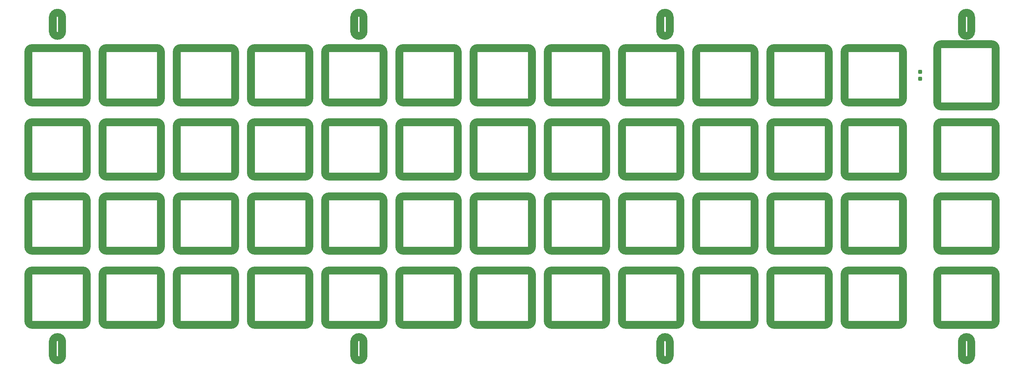
<source format=gbr>
G04 #@! TF.GenerationSoftware,KiCad,Pcbnew,(6.0.0-0)*
G04 #@! TF.CreationDate,2022-01-19T17:07:01-06:00*
G04 #@! TF.ProjectId,top_plate,746f705f-706c-4617-9465-2e6b69636164,rev?*
G04 #@! TF.SameCoordinates,Original*
G04 #@! TF.FileFunction,Soldermask,Bot*
G04 #@! TF.FilePolarity,Negative*
%FSLAX46Y46*%
G04 Gerber Fmt 4.6, Leading zero omitted, Abs format (unit mm)*
G04 Created by KiCad (PCBNEW (6.0.0-0)) date 2022-01-19 17:07:01*
%MOMM*%
%LPD*%
G01*
G04 APERTURE LIST*
G04 Aperture macros list*
%AMRoundRect*
0 Rectangle with rounded corners*
0 $1 Rounding radius*
0 $2 $3 $4 $5 $6 $7 $8 $9 X,Y pos of 4 corners*
0 Add a 4 corners polygon primitive as box body*
4,1,4,$2,$3,$4,$5,$6,$7,$8,$9,$2,$3,0*
0 Add four circle primitives for the rounded corners*
1,1,$1+$1,$2,$3*
1,1,$1+$1,$4,$5*
1,1,$1+$1,$6,$7*
1,1,$1+$1,$8,$9*
0 Add four rect primitives between the rounded corners*
20,1,$1+$1,$2,$3,$4,$5,0*
20,1,$1+$1,$4,$5,$6,$7,0*
20,1,$1+$1,$6,$7,$8,$9,0*
20,1,$1+$1,$8,$9,$2,$3,0*%
G04 Aperture macros list end*
%ADD10C,2.000000*%
%ADD11C,0.120000*%
%ADD12RoundRect,0.237500X-0.237500X0.287500X-0.237500X-0.287500X0.237500X-0.287500X0.237500X0.287500X0*%
G04 APERTURE END LIST*
D10*
X390526556Y-122039333D02*
X390526556Y-118467455D01*
X388145304Y-122039333D02*
X388145304Y-118467455D01*
X388145304Y-122039333D02*
G75*
G03*
X390526556Y-122039333I1190626J0D01*
G01*
X390526556Y-118467455D02*
G75*
G03*
X388145304Y-118467455I-1190626J0D01*
G01*
X313135866Y-122039238D02*
X313135866Y-118467360D01*
X310754614Y-122039238D02*
X310754614Y-118467360D01*
X310754614Y-122039238D02*
G75*
G03*
X313135866Y-122039238I1190626J0D01*
G01*
X313135866Y-118467360D02*
G75*
G03*
X310754614Y-118467360I-1190626J0D01*
G01*
X234554550Y-122039352D02*
X234554550Y-118467474D01*
X232173298Y-122039352D02*
X232173298Y-118467474D01*
X232173298Y-122039352D02*
G75*
G03*
X234554550Y-122039352I1190626J0D01*
G01*
X234554550Y-118467474D02*
G75*
G03*
X232173298Y-118467474I-1190626J0D01*
G01*
X157163860Y-122039238D02*
X157163860Y-118467360D01*
X154782608Y-122039238D02*
X154782608Y-118467360D01*
X154782608Y-122039238D02*
G75*
G03*
X157163860Y-122039238I1190626J0D01*
G01*
X157163860Y-118467360D02*
G75*
G03*
X154782608Y-118467360I-1190626J0D01*
G01*
X388145304Y-35123627D02*
X388145304Y-38695505D01*
X390526556Y-35123627D02*
X390526556Y-38695505D01*
X390526556Y-35123627D02*
G75*
G03*
X388145304Y-35123627I-1190626J0D01*
G01*
X388145304Y-38695505D02*
G75*
G03*
X390526556Y-38695505I1190626J0D01*
G01*
X310754614Y-35123616D02*
X310754614Y-38695494D01*
X313135866Y-35123616D02*
X313135866Y-38695494D01*
X313135866Y-35123616D02*
G75*
G03*
X310754614Y-35123616I-1190626J0D01*
G01*
X310754614Y-38695494D02*
G75*
G03*
X313135866Y-38695494I1190626J0D01*
G01*
X232173298Y-35123635D02*
X232173298Y-38695513D01*
X234554550Y-35123635D02*
X234554550Y-38695513D01*
X234554550Y-35123635D02*
G75*
G03*
X232173298Y-35123635I-1190626J0D01*
G01*
X232173298Y-38695513D02*
G75*
G03*
X234554550Y-38695513I1190626J0D01*
G01*
X154782608Y-38695513D02*
G75*
G03*
X157163860Y-38695513I1190626J0D01*
G01*
X157163860Y-35123635D02*
G75*
G03*
X154782608Y-35123635I-1190626J0D01*
G01*
X157163860Y-35123635D02*
X157163860Y-38695513D01*
X154782608Y-35123635D02*
X154782608Y-38695513D01*
X162472530Y-57006460D02*
X149472530Y-57006460D01*
X149472530Y-43006460D02*
X162472530Y-43006460D01*
D11*
X163772530Y-47106460D02*
X163272530Y-47106460D01*
X163272530Y-52906460D02*
X163672530Y-52906460D01*
D10*
X148472530Y-44006460D02*
X148472530Y-56006460D01*
X163472530Y-44006460D02*
X163472530Y-56006460D01*
X148472530Y-56006460D02*
G75*
G03*
X149472530Y-57006460I999999J-1D01*
G01*
X149472530Y-43006460D02*
G75*
G03*
X148472530Y-44006460I-1J-999999D01*
G01*
X163472530Y-44006460D02*
G75*
G03*
X162472530Y-43006460I-999999J1D01*
G01*
X162472530Y-57006460D02*
G75*
G03*
X163472530Y-56006460I1J999999D01*
G01*
D11*
X182822610Y-47106460D02*
X182322610Y-47106460D01*
X182322610Y-52906460D02*
X182722610Y-52906460D01*
D10*
X168522610Y-43006460D02*
X181522610Y-43006460D01*
X167522610Y-44006460D02*
X167522610Y-56006460D01*
X181522610Y-57006460D02*
X168522610Y-57006460D01*
X182522610Y-44006460D02*
X182522610Y-56006460D01*
X181522610Y-57006460D02*
G75*
G03*
X182522610Y-56006460I1J999999D01*
G01*
X182522610Y-44006460D02*
G75*
G03*
X181522610Y-43006460I-999999J1D01*
G01*
X168522610Y-43006460D02*
G75*
G03*
X167522610Y-44006460I-1J-999999D01*
G01*
X167522610Y-56006460D02*
G75*
G03*
X168522610Y-57006460I999999J-1D01*
G01*
D11*
X201872690Y-47106460D02*
X201372690Y-47106460D01*
D10*
X200572690Y-57006460D02*
X187572690Y-57006460D01*
X186572690Y-44006460D02*
X186572690Y-56006460D01*
D11*
X201372690Y-52906460D02*
X201772690Y-52906460D01*
D10*
X187572690Y-43006460D02*
X200572690Y-43006460D01*
X201572690Y-44006460D02*
X201572690Y-56006460D01*
X186572690Y-56006460D02*
G75*
G03*
X187572690Y-57006460I999999J-1D01*
G01*
X200572690Y-57006460D02*
G75*
G03*
X201572690Y-56006460I1J999999D01*
G01*
X201572690Y-44006460D02*
G75*
G03*
X200572690Y-43006460I-999999J1D01*
G01*
X187572690Y-43006460D02*
G75*
G03*
X186572690Y-44006460I-1J-999999D01*
G01*
D11*
X220422770Y-52906460D02*
X220822770Y-52906460D01*
D10*
X206622770Y-43006460D02*
X219622770Y-43006460D01*
X219622770Y-57006460D02*
X206622770Y-57006460D01*
X205622770Y-44006460D02*
X205622770Y-56006460D01*
D11*
X220922770Y-47106460D02*
X220422770Y-47106460D01*
D10*
X220622770Y-44006460D02*
X220622770Y-56006460D01*
X206622770Y-43006460D02*
G75*
G03*
X205622770Y-44006460I-1J-999999D01*
G01*
X220622770Y-44006460D02*
G75*
G03*
X219622770Y-43006460I-999999J1D01*
G01*
X219622770Y-57006460D02*
G75*
G03*
X220622770Y-56006460I1J999999D01*
G01*
X205622770Y-56006460D02*
G75*
G03*
X206622770Y-57006460I999999J-1D01*
G01*
X239672850Y-44006460D02*
X239672850Y-56006460D01*
D11*
X239972850Y-47106460D02*
X239472850Y-47106460D01*
X239472850Y-52906460D02*
X239872850Y-52906460D01*
D10*
X224672850Y-44006460D02*
X224672850Y-56006460D01*
X225672850Y-43006460D02*
X238672850Y-43006460D01*
X238672850Y-57006460D02*
X225672850Y-57006460D01*
X239672850Y-44006460D02*
G75*
G03*
X238672850Y-43006460I-999999J1D01*
G01*
X224672850Y-56006460D02*
G75*
G03*
X225672850Y-57006460I999999J-1D01*
G01*
X238672850Y-57006460D02*
G75*
G03*
X239672850Y-56006460I1J999999D01*
G01*
X225672850Y-43006460D02*
G75*
G03*
X224672850Y-44006460I-1J-999999D01*
G01*
X333923250Y-57006460D02*
X320923250Y-57006460D01*
X334923250Y-44006460D02*
X334923250Y-56006460D01*
D11*
X334723250Y-52906460D02*
X335123250Y-52906460D01*
D10*
X320923250Y-43006460D02*
X333923250Y-43006460D01*
X319923250Y-44006460D02*
X319923250Y-56006460D01*
D11*
X335223250Y-47106460D02*
X334723250Y-47106460D01*
D10*
X319923250Y-56006460D02*
G75*
G03*
X320923250Y-57006460I999999J-1D01*
G01*
X320923250Y-43006460D02*
G75*
G03*
X319923250Y-44006460I-1J-999999D01*
G01*
X334923250Y-44006460D02*
G75*
G03*
X333923250Y-43006460I-999999J1D01*
G01*
X333923250Y-57006460D02*
G75*
G03*
X334923250Y-56006460I1J999999D01*
G01*
X352973330Y-57006460D02*
X339973330Y-57006460D01*
D11*
X354273330Y-47106460D02*
X353773330Y-47106460D01*
D10*
X339973330Y-43006460D02*
X352973330Y-43006460D01*
D11*
X353773330Y-52906460D02*
X354173330Y-52906460D01*
D10*
X338973330Y-44006460D02*
X338973330Y-56006460D01*
X353973330Y-44006460D02*
X353973330Y-56006460D01*
X352973330Y-57006460D02*
G75*
G03*
X353973330Y-56006460I1J999999D01*
G01*
X339973330Y-43006460D02*
G75*
G03*
X338973330Y-44006460I-1J-999999D01*
G01*
X353973330Y-44006460D02*
G75*
G03*
X352973330Y-43006460I-999999J1D01*
G01*
X338973330Y-56006460D02*
G75*
G03*
X339973330Y-57006460I999999J-1D01*
G01*
D11*
X163272530Y-71956540D02*
X163672530Y-71956540D01*
D10*
X162472530Y-76056540D02*
X149472530Y-76056540D01*
X163472530Y-63056540D02*
X163472530Y-75056540D01*
X148472530Y-63056540D02*
X148472530Y-75056540D01*
X149472530Y-62056540D02*
X162472530Y-62056540D01*
D11*
X163772530Y-66156540D02*
X163272530Y-66156540D01*
D10*
X162472530Y-76056540D02*
G75*
G03*
X163472530Y-75056540I1J999999D01*
G01*
X163472530Y-63056540D02*
G75*
G03*
X162472530Y-62056540I-999999J1D01*
G01*
X149472530Y-62056540D02*
G75*
G03*
X148472530Y-63056540I-1J-999999D01*
G01*
X148472530Y-75056540D02*
G75*
G03*
X149472530Y-76056540I999999J-1D01*
G01*
X200572690Y-76056540D02*
X187572690Y-76056540D01*
X187572690Y-62056540D02*
X200572690Y-62056540D01*
X186572690Y-63056540D02*
X186572690Y-75056540D01*
X201572690Y-63056540D02*
X201572690Y-75056540D01*
D11*
X201372690Y-71956540D02*
X201772690Y-71956540D01*
X201872690Y-66156540D02*
X201372690Y-66156540D01*
D10*
X187572690Y-62056540D02*
G75*
G03*
X186572690Y-63056540I-1J-999999D01*
G01*
X186572690Y-75056540D02*
G75*
G03*
X187572690Y-76056540I999999J-1D01*
G01*
X200572690Y-76056540D02*
G75*
G03*
X201572690Y-75056540I1J999999D01*
G01*
X201572690Y-63056540D02*
G75*
G03*
X200572690Y-62056540I-999999J1D01*
G01*
X239672850Y-63056540D02*
X239672850Y-75056540D01*
X225672850Y-62056540D02*
X238672850Y-62056540D01*
D11*
X239972850Y-66156540D02*
X239472850Y-66156540D01*
D10*
X224672850Y-63056540D02*
X224672850Y-75056540D01*
X238672850Y-76056540D02*
X225672850Y-76056540D01*
D11*
X239472850Y-71956540D02*
X239872850Y-71956540D01*
D10*
X239672850Y-63056540D02*
G75*
G03*
X238672850Y-62056540I-999999J1D01*
G01*
X238672850Y-76056540D02*
G75*
G03*
X239672850Y-75056540I1J999999D01*
G01*
X224672850Y-75056540D02*
G75*
G03*
X225672850Y-76056540I999999J-1D01*
G01*
X225672850Y-62056540D02*
G75*
G03*
X224672850Y-63056540I-1J-999999D01*
G01*
X257722930Y-76056540D02*
X244722930Y-76056540D01*
X244722930Y-62056540D02*
X257722930Y-62056540D01*
X243722930Y-63056540D02*
X243722930Y-75056540D01*
D11*
X258522930Y-71956540D02*
X258922930Y-71956540D01*
X259022930Y-66156540D02*
X258522930Y-66156540D01*
D10*
X258722930Y-63056540D02*
X258722930Y-75056540D01*
X257722930Y-76056540D02*
G75*
G03*
X258722930Y-75056540I1J999999D01*
G01*
X243722930Y-75056540D02*
G75*
G03*
X244722930Y-76056540I999999J-1D01*
G01*
X258722930Y-63056540D02*
G75*
G03*
X257722930Y-62056540I-999999J1D01*
G01*
X244722930Y-62056540D02*
G75*
G03*
X243722930Y-63056540I-1J-999999D01*
G01*
X263773010Y-62056540D02*
X276773010Y-62056540D01*
D11*
X277573010Y-71956540D02*
X277973010Y-71956540D01*
D10*
X276773010Y-76056540D02*
X263773010Y-76056540D01*
D11*
X278073010Y-66156540D02*
X277573010Y-66156540D01*
D10*
X277773010Y-63056540D02*
X277773010Y-75056540D01*
X262773010Y-63056540D02*
X262773010Y-75056540D01*
X277773010Y-63056540D02*
G75*
G03*
X276773010Y-62056540I-999999J1D01*
G01*
X276773010Y-76056540D02*
G75*
G03*
X277773010Y-75056540I1J999999D01*
G01*
X263773010Y-62056540D02*
G75*
G03*
X262773010Y-63056540I-1J-999999D01*
G01*
X262773010Y-75056540D02*
G75*
G03*
X263773010Y-76056540I999999J-1D01*
G01*
D11*
X297123090Y-66156540D02*
X296623090Y-66156540D01*
D10*
X296823090Y-63056540D02*
X296823090Y-75056540D01*
X281823090Y-63056540D02*
X281823090Y-75056540D01*
D11*
X296623090Y-71956540D02*
X297023090Y-71956540D01*
D10*
X282823090Y-62056540D02*
X295823090Y-62056540D01*
X295823090Y-76056540D02*
X282823090Y-76056540D01*
X281823090Y-75056540D02*
G75*
G03*
X282823090Y-76056540I999999J-1D01*
G01*
X295823090Y-76056540D02*
G75*
G03*
X296823090Y-75056540I1J999999D01*
G01*
X282823090Y-62056540D02*
G75*
G03*
X281823090Y-63056540I-1J-999999D01*
G01*
X296823090Y-63056540D02*
G75*
G03*
X295823090Y-62056540I-999999J1D01*
G01*
X300873170Y-63056540D02*
X300873170Y-75056540D01*
X301873170Y-62056540D02*
X314873170Y-62056540D01*
X315873170Y-63056540D02*
X315873170Y-75056540D01*
X314873170Y-76056540D02*
X301873170Y-76056540D01*
D11*
X315673170Y-71956540D02*
X316073170Y-71956540D01*
X316173170Y-66156540D02*
X315673170Y-66156540D01*
D10*
X314873170Y-76056540D02*
G75*
G03*
X315873170Y-75056540I1J999999D01*
G01*
X301873170Y-62056540D02*
G75*
G03*
X300873170Y-63056540I-1J-999999D01*
G01*
X300873170Y-75056540D02*
G75*
G03*
X301873170Y-76056540I999999J-1D01*
G01*
X315873170Y-63056540D02*
G75*
G03*
X314873170Y-62056540I-999999J1D01*
G01*
D11*
X334723250Y-71956540D02*
X335123250Y-71956540D01*
D10*
X319923250Y-63056540D02*
X319923250Y-75056540D01*
X320923250Y-62056540D02*
X333923250Y-62056540D01*
X333923250Y-76056540D02*
X320923250Y-76056540D01*
D11*
X335223250Y-66156540D02*
X334723250Y-66156540D01*
D10*
X334923250Y-63056540D02*
X334923250Y-75056540D01*
X320923250Y-62056540D02*
G75*
G03*
X319923250Y-63056540I-1J-999999D01*
G01*
X319923250Y-75056540D02*
G75*
G03*
X320923250Y-76056540I999999J-1D01*
G01*
X334923250Y-63056540D02*
G75*
G03*
X333923250Y-62056540I-999999J1D01*
G01*
X333923250Y-76056540D02*
G75*
G03*
X334923250Y-75056540I1J999999D01*
G01*
X339973330Y-62056540D02*
X352973330Y-62056540D01*
X352973330Y-76056540D02*
X339973330Y-76056540D01*
X338973330Y-63056540D02*
X338973330Y-75056540D01*
D11*
X353773330Y-71956540D02*
X354173330Y-71956540D01*
X354273330Y-66156540D02*
X353773330Y-66156540D01*
D10*
X353973330Y-63056540D02*
X353973330Y-75056540D01*
X338973330Y-75056540D02*
G75*
G03*
X339973330Y-76056540I999999J-1D01*
G01*
X353973330Y-63056540D02*
G75*
G03*
X352973330Y-62056540I-999999J1D01*
G01*
X352973330Y-76056540D02*
G75*
G03*
X353973330Y-75056540I1J999999D01*
G01*
X339973330Y-62056540D02*
G75*
G03*
X338973330Y-63056540I-1J-999999D01*
G01*
D11*
X372823410Y-71956540D02*
X373223410Y-71956540D01*
X373323410Y-66156540D02*
X372823410Y-66156540D01*
D10*
X372023410Y-76056540D02*
X359023410Y-76056540D01*
X358023410Y-63056540D02*
X358023410Y-75056540D01*
X373023410Y-63056540D02*
X373023410Y-75056540D01*
X359023410Y-62056540D02*
X372023410Y-62056540D01*
X358023410Y-75056540D02*
G75*
G03*
X359023410Y-76056540I999999J-1D01*
G01*
X373023410Y-63056540D02*
G75*
G03*
X372023410Y-62056540I-999999J1D01*
G01*
X359023410Y-62056540D02*
G75*
G03*
X358023410Y-63056540I-1J-999999D01*
G01*
X372023410Y-76056540D02*
G75*
G03*
X373023410Y-75056540I1J999999D01*
G01*
X162472530Y-95106620D02*
X149472530Y-95106620D01*
D11*
X163272530Y-91006620D02*
X163672530Y-91006620D01*
D10*
X149472530Y-81106620D02*
X162472530Y-81106620D01*
D11*
X163772530Y-85206620D02*
X163272530Y-85206620D01*
D10*
X163472530Y-82106620D02*
X163472530Y-94106620D01*
X148472530Y-82106620D02*
X148472530Y-94106620D01*
X149472530Y-81106620D02*
G75*
G03*
X148472530Y-82106620I-1J-999999D01*
G01*
X162472530Y-95106620D02*
G75*
G03*
X163472530Y-94106620I1J999999D01*
G01*
X148472530Y-94106620D02*
G75*
G03*
X149472530Y-95106620I999999J-1D01*
G01*
X163472530Y-82106620D02*
G75*
G03*
X162472530Y-81106620I-999999J1D01*
G01*
X168522610Y-81106620D02*
X181522610Y-81106620D01*
D11*
X182322610Y-91006620D02*
X182722610Y-91006620D01*
D10*
X182522610Y-82106620D02*
X182522610Y-94106620D01*
X167522610Y-82106620D02*
X167522610Y-94106620D01*
X181522610Y-95106620D02*
X168522610Y-95106620D01*
D11*
X182822610Y-85206620D02*
X182322610Y-85206620D01*
D10*
X168522610Y-81106620D02*
G75*
G03*
X167522610Y-82106620I-1J-999999D01*
G01*
X182522610Y-82106620D02*
G75*
G03*
X181522610Y-81106620I-999999J1D01*
G01*
X167522610Y-94106620D02*
G75*
G03*
X168522610Y-95106620I999999J-1D01*
G01*
X181522610Y-95106620D02*
G75*
G03*
X182522610Y-94106620I1J999999D01*
G01*
D11*
X201372690Y-91006620D02*
X201772690Y-91006620D01*
D10*
X201572690Y-82106620D02*
X201572690Y-94106620D01*
X187572690Y-81106620D02*
X200572690Y-81106620D01*
X200572690Y-95106620D02*
X187572690Y-95106620D01*
X186572690Y-82106620D02*
X186572690Y-94106620D01*
D11*
X201872690Y-85206620D02*
X201372690Y-85206620D01*
D10*
X187572690Y-81106620D02*
G75*
G03*
X186572690Y-82106620I-1J-999999D01*
G01*
X201572690Y-82106620D02*
G75*
G03*
X200572690Y-81106620I-999999J1D01*
G01*
X200572690Y-95106620D02*
G75*
G03*
X201572690Y-94106620I1J999999D01*
G01*
X186572690Y-94106620D02*
G75*
G03*
X187572690Y-95106620I999999J-1D01*
G01*
X205622770Y-82106620D02*
X205622770Y-94106620D01*
D11*
X220422770Y-91006620D02*
X220822770Y-91006620D01*
X220922770Y-85206620D02*
X220422770Y-85206620D01*
D10*
X206622770Y-81106620D02*
X219622770Y-81106620D01*
X219622770Y-95106620D02*
X206622770Y-95106620D01*
X220622770Y-82106620D02*
X220622770Y-94106620D01*
X205622770Y-94106620D02*
G75*
G03*
X206622770Y-95106620I999999J-1D01*
G01*
X206622770Y-81106620D02*
G75*
G03*
X205622770Y-82106620I-1J-999999D01*
G01*
X220622770Y-82106620D02*
G75*
G03*
X219622770Y-81106620I-999999J1D01*
G01*
X219622770Y-95106620D02*
G75*
G03*
X220622770Y-94106620I1J999999D01*
G01*
X238672850Y-95106620D02*
X225672850Y-95106620D01*
X224672850Y-82106620D02*
X224672850Y-94106620D01*
D11*
X239472850Y-91006620D02*
X239872850Y-91006620D01*
D10*
X225672850Y-81106620D02*
X238672850Y-81106620D01*
D11*
X239972850Y-85206620D02*
X239472850Y-85206620D01*
D10*
X239672850Y-82106620D02*
X239672850Y-94106620D01*
X224672850Y-94106620D02*
G75*
G03*
X225672850Y-95106620I999999J-1D01*
G01*
X225672850Y-81106620D02*
G75*
G03*
X224672850Y-82106620I-1J-999999D01*
G01*
X239672850Y-82106620D02*
G75*
G03*
X238672850Y-81106620I-999999J1D01*
G01*
X238672850Y-95106620D02*
G75*
G03*
X239672850Y-94106620I1J999999D01*
G01*
X257722930Y-95106620D02*
X244722930Y-95106620D01*
X244722930Y-81106620D02*
X257722930Y-81106620D01*
D11*
X259022930Y-85206620D02*
X258522930Y-85206620D01*
X258522930Y-91006620D02*
X258922930Y-91006620D01*
D10*
X243722930Y-82106620D02*
X243722930Y-94106620D01*
X258722930Y-82106620D02*
X258722930Y-94106620D01*
X258722930Y-82106620D02*
G75*
G03*
X257722930Y-81106620I-999999J1D01*
G01*
X243722930Y-94106620D02*
G75*
G03*
X244722930Y-95106620I999999J-1D01*
G01*
X257722930Y-95106620D02*
G75*
G03*
X258722930Y-94106620I1J999999D01*
G01*
X244722930Y-81106620D02*
G75*
G03*
X243722930Y-82106620I-1J-999999D01*
G01*
D11*
X277573010Y-91006620D02*
X277973010Y-91006620D01*
D10*
X262773010Y-82106620D02*
X262773010Y-94106620D01*
X277773010Y-82106620D02*
X277773010Y-94106620D01*
X276773010Y-95106620D02*
X263773010Y-95106620D01*
X263773010Y-81106620D02*
X276773010Y-81106620D01*
D11*
X278073010Y-85206620D02*
X277573010Y-85206620D01*
D10*
X262773010Y-94106620D02*
G75*
G03*
X263773010Y-95106620I999999J-1D01*
G01*
X263773010Y-81106620D02*
G75*
G03*
X262773010Y-82106620I-1J-999999D01*
G01*
X277773010Y-82106620D02*
G75*
G03*
X276773010Y-81106620I-999999J1D01*
G01*
X276773010Y-95106620D02*
G75*
G03*
X277773010Y-94106620I1J999999D01*
G01*
D11*
X296623090Y-91006620D02*
X297023090Y-91006620D01*
D10*
X282823090Y-81106620D02*
X295823090Y-81106620D01*
X281823090Y-82106620D02*
X281823090Y-94106620D01*
X295823090Y-95106620D02*
X282823090Y-95106620D01*
D11*
X297123090Y-85206620D02*
X296623090Y-85206620D01*
D10*
X296823090Y-82106620D02*
X296823090Y-94106620D01*
X296823090Y-82106620D02*
G75*
G03*
X295823090Y-81106620I-999999J1D01*
G01*
X282823090Y-81106620D02*
G75*
G03*
X281823090Y-82106620I-1J-999999D01*
G01*
X281823090Y-94106620D02*
G75*
G03*
X282823090Y-95106620I999999J-1D01*
G01*
X295823090Y-95106620D02*
G75*
G03*
X296823090Y-94106620I1J999999D01*
G01*
X315873170Y-82106620D02*
X315873170Y-94106620D01*
D11*
X315673170Y-91006620D02*
X316073170Y-91006620D01*
X316173170Y-85206620D02*
X315673170Y-85206620D01*
D10*
X314873170Y-95106620D02*
X301873170Y-95106620D01*
X301873170Y-81106620D02*
X314873170Y-81106620D01*
X300873170Y-82106620D02*
X300873170Y-94106620D01*
X300873170Y-94106620D02*
G75*
G03*
X301873170Y-95106620I999999J-1D01*
G01*
X314873170Y-95106620D02*
G75*
G03*
X315873170Y-94106620I1J999999D01*
G01*
X301873170Y-81106620D02*
G75*
G03*
X300873170Y-82106620I-1J-999999D01*
G01*
X315873170Y-82106620D02*
G75*
G03*
X314873170Y-81106620I-999999J1D01*
G01*
X320923250Y-81106620D02*
X333923250Y-81106620D01*
D11*
X335223250Y-85206620D02*
X334723250Y-85206620D01*
D10*
X334923250Y-82106620D02*
X334923250Y-94106620D01*
X319923250Y-82106620D02*
X319923250Y-94106620D01*
X333923250Y-95106620D02*
X320923250Y-95106620D01*
D11*
X334723250Y-91006620D02*
X335123250Y-91006620D01*
D10*
X333923250Y-95106620D02*
G75*
G03*
X334923250Y-94106620I1J999999D01*
G01*
X334923250Y-82106620D02*
G75*
G03*
X333923250Y-81106620I-999999J1D01*
G01*
X320923250Y-81106620D02*
G75*
G03*
X319923250Y-82106620I-1J-999999D01*
G01*
X319923250Y-94106620D02*
G75*
G03*
X320923250Y-95106620I999999J-1D01*
G01*
X352973330Y-95106620D02*
X339973330Y-95106620D01*
X353973330Y-82106620D02*
X353973330Y-94106620D01*
D11*
X354273330Y-85206620D02*
X353773330Y-85206620D01*
D10*
X338973330Y-82106620D02*
X338973330Y-94106620D01*
X339973330Y-81106620D02*
X352973330Y-81106620D01*
D11*
X353773330Y-91006620D02*
X354173330Y-91006620D01*
D10*
X338973330Y-94106620D02*
G75*
G03*
X339973330Y-95106620I999999J-1D01*
G01*
X352973330Y-95106620D02*
G75*
G03*
X353973330Y-94106620I1J999999D01*
G01*
X339973330Y-81106620D02*
G75*
G03*
X338973330Y-82106620I-1J-999999D01*
G01*
X353973330Y-82106620D02*
G75*
G03*
X352973330Y-81106620I-999999J1D01*
G01*
X373023410Y-82106620D02*
X373023410Y-94106620D01*
X372023410Y-95106620D02*
X359023410Y-95106620D01*
X359023410Y-81106620D02*
X372023410Y-81106620D01*
D11*
X372823410Y-91006620D02*
X373223410Y-91006620D01*
X373323410Y-85206620D02*
X372823410Y-85206620D01*
D10*
X358023410Y-82106620D02*
X358023410Y-94106620D01*
X372023410Y-95106620D02*
G75*
G03*
X373023410Y-94106620I1J999999D01*
G01*
X373023410Y-82106620D02*
G75*
G03*
X372023410Y-81106620I-999999J1D01*
G01*
X359023410Y-81106620D02*
G75*
G03*
X358023410Y-82106620I-1J-999999D01*
G01*
X358023410Y-94106620D02*
G75*
G03*
X359023410Y-95106620I999999J-1D01*
G01*
X167522610Y-101156700D02*
X167522610Y-113156700D01*
D11*
X182322610Y-110056700D02*
X182722610Y-110056700D01*
D10*
X182522610Y-101156700D02*
X182522610Y-113156700D01*
X168522610Y-100156700D02*
X181522610Y-100156700D01*
X181522610Y-114156700D02*
X168522610Y-114156700D01*
D11*
X182822610Y-104256700D02*
X182322610Y-104256700D01*
D10*
X182522610Y-101156700D02*
G75*
G03*
X181522610Y-100156700I-999999J1D01*
G01*
X181522610Y-114156700D02*
G75*
G03*
X182522610Y-113156700I1J999999D01*
G01*
X168522610Y-100156700D02*
G75*
G03*
X167522610Y-101156700I-1J-999999D01*
G01*
X167522610Y-113156700D02*
G75*
G03*
X168522610Y-114156700I999999J-1D01*
G01*
X200572690Y-114156700D02*
X187572690Y-114156700D01*
X187572690Y-100156700D02*
X200572690Y-100156700D01*
X186572690Y-101156700D02*
X186572690Y-113156700D01*
D11*
X201872690Y-104256700D02*
X201372690Y-104256700D01*
D10*
X201572690Y-101156700D02*
X201572690Y-113156700D01*
D11*
X201372690Y-110056700D02*
X201772690Y-110056700D01*
D10*
X201572690Y-101156700D02*
G75*
G03*
X200572690Y-100156700I-999999J1D01*
G01*
X200572690Y-114156700D02*
G75*
G03*
X201572690Y-113156700I1J999999D01*
G01*
X187572690Y-100156700D02*
G75*
G03*
X186572690Y-101156700I-1J-999999D01*
G01*
X186572690Y-113156700D02*
G75*
G03*
X187572690Y-114156700I999999J-1D01*
G01*
X219622770Y-114156700D02*
X206622770Y-114156700D01*
X220622770Y-101156700D02*
X220622770Y-113156700D01*
D11*
X220922770Y-104256700D02*
X220422770Y-104256700D01*
D10*
X206622770Y-100156700D02*
X219622770Y-100156700D01*
D11*
X220422770Y-110056700D02*
X220822770Y-110056700D01*
D10*
X205622770Y-101156700D02*
X205622770Y-113156700D01*
X220622770Y-101156700D02*
G75*
G03*
X219622770Y-100156700I-999999J1D01*
G01*
X219622770Y-114156700D02*
G75*
G03*
X220622770Y-113156700I1J999999D01*
G01*
X205622770Y-113156700D02*
G75*
G03*
X206622770Y-114156700I999999J-1D01*
G01*
X206622770Y-100156700D02*
G75*
G03*
X205622770Y-101156700I-1J-999999D01*
G01*
X238672850Y-114156700D02*
X225672850Y-114156700D01*
X225672850Y-100156700D02*
X238672850Y-100156700D01*
X239672850Y-101156700D02*
X239672850Y-113156700D01*
X224672850Y-101156700D02*
X224672850Y-113156700D01*
D11*
X239472850Y-110056700D02*
X239872850Y-110056700D01*
X239972850Y-104256700D02*
X239472850Y-104256700D01*
D10*
X239672850Y-101156700D02*
G75*
G03*
X238672850Y-100156700I-999999J1D01*
G01*
X225672850Y-100156700D02*
G75*
G03*
X224672850Y-101156700I-1J-999999D01*
G01*
X238672850Y-114156700D02*
G75*
G03*
X239672850Y-113156700I1J999999D01*
G01*
X224672850Y-113156700D02*
G75*
G03*
X225672850Y-114156700I999999J-1D01*
G01*
D11*
X258522930Y-110056700D02*
X258922930Y-110056700D01*
X259022930Y-104256700D02*
X258522930Y-104256700D01*
D10*
X258722930Y-101156700D02*
X258722930Y-113156700D01*
X244722930Y-100156700D02*
X257722930Y-100156700D01*
X243722930Y-101156700D02*
X243722930Y-113156700D01*
X257722930Y-114156700D02*
X244722930Y-114156700D01*
X257722930Y-114156700D02*
G75*
G03*
X258722930Y-113156700I1J999999D01*
G01*
X244722930Y-100156700D02*
G75*
G03*
X243722930Y-101156700I-1J-999999D01*
G01*
X258722930Y-101156700D02*
G75*
G03*
X257722930Y-100156700I-999999J1D01*
G01*
X243722930Y-113156700D02*
G75*
G03*
X244722930Y-114156700I999999J-1D01*
G01*
D11*
X277573010Y-110056700D02*
X277973010Y-110056700D01*
D10*
X263773010Y-100156700D02*
X276773010Y-100156700D01*
D11*
X278073010Y-104256700D02*
X277573010Y-104256700D01*
D10*
X276773010Y-114156700D02*
X263773010Y-114156700D01*
X262773010Y-101156700D02*
X262773010Y-113156700D01*
X277773010Y-101156700D02*
X277773010Y-113156700D01*
X262773010Y-113156700D02*
G75*
G03*
X263773010Y-114156700I999999J-1D01*
G01*
X276773010Y-114156700D02*
G75*
G03*
X277773010Y-113156700I1J999999D01*
G01*
X277773010Y-101156700D02*
G75*
G03*
X276773010Y-100156700I-999999J1D01*
G01*
X263773010Y-100156700D02*
G75*
G03*
X262773010Y-101156700I-1J-999999D01*
G01*
X282823090Y-100156700D02*
X295823090Y-100156700D01*
X281823090Y-101156700D02*
X281823090Y-113156700D01*
D11*
X296623090Y-110056700D02*
X297023090Y-110056700D01*
X297123090Y-104256700D02*
X296623090Y-104256700D01*
D10*
X295823090Y-114156700D02*
X282823090Y-114156700D01*
X296823090Y-101156700D02*
X296823090Y-113156700D01*
X282823090Y-100156700D02*
G75*
G03*
X281823090Y-101156700I-1J-999999D01*
G01*
X296823090Y-101156700D02*
G75*
G03*
X295823090Y-100156700I-999999J1D01*
G01*
X295823090Y-114156700D02*
G75*
G03*
X296823090Y-113156700I1J999999D01*
G01*
X281823090Y-113156700D02*
G75*
G03*
X282823090Y-114156700I999999J-1D01*
G01*
X314873170Y-114156700D02*
X301873170Y-114156700D01*
X300873170Y-101156700D02*
X300873170Y-113156700D01*
D11*
X316173170Y-104256700D02*
X315673170Y-104256700D01*
D10*
X315873170Y-101156700D02*
X315873170Y-113156700D01*
D11*
X315673170Y-110056700D02*
X316073170Y-110056700D01*
D10*
X301873170Y-100156700D02*
X314873170Y-100156700D01*
X300873170Y-113156700D02*
G75*
G03*
X301873170Y-114156700I999999J-1D01*
G01*
X314873170Y-114156700D02*
G75*
G03*
X315873170Y-113156700I1J999999D01*
G01*
X301873170Y-100156700D02*
G75*
G03*
X300873170Y-101156700I-1J-999999D01*
G01*
X315873170Y-101156700D02*
G75*
G03*
X314873170Y-100156700I-999999J1D01*
G01*
X319923250Y-101156700D02*
X319923250Y-113156700D01*
X333923250Y-114156700D02*
X320923250Y-114156700D01*
D11*
X335223250Y-104256700D02*
X334723250Y-104256700D01*
D10*
X334923250Y-101156700D02*
X334923250Y-113156700D01*
X320923250Y-100156700D02*
X333923250Y-100156700D01*
D11*
X334723250Y-110056700D02*
X335123250Y-110056700D01*
D10*
X319923250Y-113156700D02*
G75*
G03*
X320923250Y-114156700I999999J-1D01*
G01*
X334923250Y-101156700D02*
G75*
G03*
X333923250Y-100156700I-999999J1D01*
G01*
X333923250Y-114156700D02*
G75*
G03*
X334923250Y-113156700I1J999999D01*
G01*
X320923250Y-100156700D02*
G75*
G03*
X319923250Y-101156700I-1J-999999D01*
G01*
X352973330Y-114160000D02*
X339973330Y-114160000D01*
D11*
X354273330Y-104260000D02*
X353773330Y-104260000D01*
X353773330Y-110060000D02*
X354173330Y-110060000D01*
D10*
X339973330Y-100160000D02*
X352973330Y-100160000D01*
X353973330Y-101160000D02*
X353973330Y-113160000D01*
X338973330Y-101160000D02*
X338973330Y-113160000D01*
X339973330Y-100160000D02*
G75*
G03*
X338973330Y-101160000I-1J-999999D01*
G01*
X338973330Y-113160000D02*
G75*
G03*
X339973330Y-114160000I999999J-1D01*
G01*
X353973330Y-101160000D02*
G75*
G03*
X352973330Y-100160000I-999999J1D01*
G01*
X352973330Y-114160000D02*
G75*
G03*
X353973330Y-113160000I1J999999D01*
G01*
D11*
X372823410Y-110056700D02*
X373223410Y-110056700D01*
D10*
X359023410Y-100156700D02*
X372023410Y-100156700D01*
X358023410Y-101156700D02*
X358023410Y-113156700D01*
X373023410Y-101156700D02*
X373023410Y-113156700D01*
D11*
X373323410Y-104256700D02*
X372823410Y-104256700D01*
D10*
X372023410Y-114156700D02*
X359023410Y-114156700D01*
X372023410Y-114156700D02*
G75*
G03*
X373023410Y-113156700I1J999999D01*
G01*
X358023410Y-113156700D02*
G75*
G03*
X359023410Y-114156700I999999J-1D01*
G01*
X373023410Y-101156700D02*
G75*
G03*
X372023410Y-100156700I-999999J1D01*
G01*
X359023410Y-100156700D02*
G75*
G03*
X358023410Y-101156700I-1J-999999D01*
G01*
D11*
X163272530Y-110056700D02*
X163672530Y-110056700D01*
X163772530Y-104256700D02*
X163272530Y-104256700D01*
D10*
X148472530Y-101156700D02*
X148472530Y-113156700D01*
X162472530Y-114156700D02*
X149472530Y-114156700D01*
X149472530Y-100156700D02*
X162472530Y-100156700D01*
X163472530Y-101156700D02*
X163472530Y-113156700D01*
X148472530Y-113156700D02*
G75*
G03*
X149472530Y-114156700I999999J-1D01*
G01*
X163472530Y-101156700D02*
G75*
G03*
X162472530Y-100156700I-999999J1D01*
G01*
X149472530Y-100156700D02*
G75*
G03*
X148472530Y-101156700I-1J-999999D01*
G01*
X162472530Y-114156700D02*
G75*
G03*
X163472530Y-113156700I1J999999D01*
G01*
D11*
X182822610Y-66156540D02*
X182322610Y-66156540D01*
X182322610Y-71956540D02*
X182722610Y-71956540D01*
D10*
X182522610Y-63056540D02*
X182522610Y-75056540D01*
X181522610Y-76056540D02*
X168522610Y-76056540D01*
X168522610Y-62056540D02*
X181522610Y-62056540D01*
X167522610Y-63056540D02*
X167522610Y-75056540D01*
X182522610Y-63056540D02*
G75*
G03*
X181522610Y-62056540I-999999J1D01*
G01*
X167522610Y-75056540D02*
G75*
G03*
X168522610Y-76056540I999999J-1D01*
G01*
X168522610Y-62056540D02*
G75*
G03*
X167522610Y-63056540I-1J-999999D01*
G01*
X181522610Y-76056540D02*
G75*
G03*
X182522610Y-75056540I1J999999D01*
G01*
X396835890Y-82106428D02*
X396835890Y-94106428D01*
X395835890Y-95106428D02*
X382835890Y-95106428D01*
X381835890Y-82106428D02*
X381835890Y-94106428D01*
X382835890Y-81106428D02*
X395835890Y-81106428D01*
D11*
X396635890Y-91006428D02*
X397035890Y-91006428D01*
X397135890Y-85206428D02*
X396635890Y-85206428D01*
D10*
X381835890Y-94106428D02*
G75*
G03*
X382835890Y-95106428I999999J-1D01*
G01*
X396835890Y-82106428D02*
G75*
G03*
X395835890Y-81106428I-999999J1D01*
G01*
X395835890Y-95106428D02*
G75*
G03*
X396835890Y-94106428I1J999999D01*
G01*
X382835890Y-81106428D02*
G75*
G03*
X381835890Y-82106428I-1J-999999D01*
G01*
X381835890Y-63056444D02*
X381835890Y-75056444D01*
X382835890Y-62056444D02*
X395835890Y-62056444D01*
X395835890Y-76056444D02*
X382835890Y-76056444D01*
D11*
X397135890Y-66156444D02*
X396635890Y-66156444D01*
D10*
X396835890Y-63056444D02*
X396835890Y-75056444D01*
D11*
X396635890Y-71956444D02*
X397035890Y-71956444D01*
D10*
X396835890Y-63056444D02*
G75*
G03*
X395835890Y-62056444I-999999J1D01*
G01*
X382835890Y-62056444D02*
G75*
G03*
X381835890Y-63056444I-1J-999999D01*
G01*
X381835890Y-75056444D02*
G75*
G03*
X382835890Y-76056444I999999J-1D01*
G01*
X395835890Y-76056444D02*
G75*
G03*
X396835890Y-75056444I1J999999D01*
G01*
X382836010Y-42031460D02*
X395828902Y-42031460D01*
X396828902Y-57031460D02*
X396828902Y-43031460D01*
X381836010Y-57031460D02*
X381836010Y-43031460D01*
X382836010Y-58031460D02*
X395836009Y-58031460D01*
X395836009Y-58031460D02*
G75*
G03*
X396836009Y-57031460I1J999999D01*
G01*
X381836010Y-57031460D02*
G75*
G03*
X382836010Y-58031460I999999J-1D01*
G01*
X396828902Y-43031460D02*
G75*
G03*
X395828902Y-42031460I-999999J1D01*
G01*
X382836010Y-42031460D02*
G75*
G03*
X381836010Y-43031460I-1J-999999D01*
G01*
D11*
X373323410Y-47106460D02*
X372823410Y-47106460D01*
D10*
X358023410Y-44006460D02*
X358023410Y-56006460D01*
X372023410Y-57006460D02*
X359023410Y-57006460D01*
D11*
X372823410Y-52906460D02*
X373223410Y-52906460D01*
D10*
X359023410Y-43006460D02*
X372023410Y-43006460D01*
X373023410Y-44006460D02*
X373023410Y-56006460D01*
X373023410Y-44006460D02*
G75*
G03*
X372023410Y-43006460I-999999J1D01*
G01*
X372023410Y-57006460D02*
G75*
G03*
X373023410Y-56006460I1J999999D01*
G01*
X359023410Y-43006460D02*
G75*
G03*
X358023410Y-44006460I-1J-999999D01*
G01*
X358023410Y-56006460D02*
G75*
G03*
X359023410Y-57006460I999999J-1D01*
G01*
D11*
X397136010Y-104256700D02*
X396636010Y-104256700D01*
D10*
X382836010Y-100156700D02*
X395836010Y-100156700D01*
X395836010Y-114156700D02*
X382836010Y-114156700D01*
X396836010Y-101156700D02*
X396836010Y-113156700D01*
D11*
X396636010Y-110056700D02*
X397036010Y-110056700D01*
D10*
X381836010Y-101156700D02*
X381836010Y-113156700D01*
X396836010Y-101156700D02*
G75*
G03*
X395836010Y-100156700I-999999J1D01*
G01*
X395836010Y-114156700D02*
G75*
G03*
X396836010Y-113156700I1J999999D01*
G01*
X382836010Y-100156700D02*
G75*
G03*
X381836010Y-101156700I-1J-999999D01*
G01*
X381836010Y-113156700D02*
G75*
G03*
X382836010Y-114156700I999999J-1D01*
G01*
X206622770Y-62056540D02*
X219622770Y-62056540D01*
X220622770Y-63056540D02*
X220622770Y-75056540D01*
X219622770Y-76056540D02*
X206622770Y-76056540D01*
X205622770Y-63056540D02*
X205622770Y-75056540D01*
D11*
X220422770Y-71956540D02*
X220822770Y-71956540D01*
X220922770Y-66156540D02*
X220422770Y-66156540D01*
D10*
X205622770Y-75056540D02*
G75*
G03*
X206622770Y-76056540I999999J-1D01*
G01*
X219622770Y-76056540D02*
G75*
G03*
X220622770Y-75056540I1J999999D01*
G01*
X220622770Y-63056540D02*
G75*
G03*
X219622770Y-62056540I-999999J1D01*
G01*
X206622770Y-62056540D02*
G75*
G03*
X205622770Y-63056540I-1J-999999D01*
G01*
D11*
X259023314Y-47106460D02*
X258523314Y-47106460D01*
D10*
X258723314Y-44006460D02*
X258723314Y-56006460D01*
D11*
X258523314Y-52906460D02*
X258923314Y-52906460D01*
D10*
X244723314Y-43006460D02*
X257723314Y-43006460D01*
X257723314Y-57006460D02*
X244723314Y-57006460D01*
X243723314Y-44006460D02*
X243723314Y-56006460D01*
X244723314Y-43006460D02*
G75*
G03*
X243723314Y-44006460I-1J-999999D01*
G01*
X243723314Y-56006460D02*
G75*
G03*
X244723314Y-57006460I999999J-1D01*
G01*
X257723314Y-57006460D02*
G75*
G03*
X258723314Y-56006460I1J999999D01*
G01*
X258723314Y-44006460D02*
G75*
G03*
X257723314Y-43006460I-999999J1D01*
G01*
X262773330Y-44006460D02*
X262773330Y-56006460D01*
X277773330Y-44006460D02*
X277773330Y-56006460D01*
X276773330Y-57006460D02*
X263773330Y-57006460D01*
X263773330Y-43006460D02*
X276773330Y-43006460D01*
D11*
X278073330Y-47106460D02*
X277573330Y-47106460D01*
X277573330Y-52906460D02*
X277973330Y-52906460D01*
D10*
X277773330Y-44006460D02*
G75*
G03*
X276773330Y-43006460I-999999J1D01*
G01*
X262773330Y-56006460D02*
G75*
G03*
X263773330Y-57006460I999999J-1D01*
G01*
X263773330Y-43006460D02*
G75*
G03*
X262773330Y-44006460I-1J-999999D01*
G01*
X276773330Y-57006460D02*
G75*
G03*
X277773330Y-56006460I1J999999D01*
G01*
X296823346Y-44006460D02*
X296823346Y-56006460D01*
X295823346Y-57006460D02*
X282823346Y-57006460D01*
X281823346Y-44006460D02*
X281823346Y-56006460D01*
D11*
X297123346Y-47106460D02*
X296623346Y-47106460D01*
X296623346Y-52906460D02*
X297023346Y-52906460D01*
D10*
X282823346Y-43006460D02*
X295823346Y-43006460D01*
X282823346Y-43006460D02*
G75*
G03*
X281823346Y-44006460I-1J-999999D01*
G01*
X296823346Y-44006460D02*
G75*
G03*
X295823346Y-43006460I-999999J1D01*
G01*
X295823346Y-57006460D02*
G75*
G03*
X296823346Y-56006460I1J999999D01*
G01*
X281823346Y-56006460D02*
G75*
G03*
X282823346Y-57006460I999999J-1D01*
G01*
X314873362Y-57006460D02*
X301873362Y-57006460D01*
D11*
X316173362Y-47106460D02*
X315673362Y-47106460D01*
D10*
X315873362Y-44006460D02*
X315873362Y-56006460D01*
X301873362Y-43006460D02*
X314873362Y-43006460D01*
D11*
X315673362Y-52906460D02*
X316073362Y-52906460D01*
D10*
X300873362Y-44006460D02*
X300873362Y-56006460D01*
X300873362Y-56006460D02*
G75*
G03*
X301873362Y-57006460I999999J-1D01*
G01*
X301873362Y-43006460D02*
G75*
G03*
X300873362Y-44006460I-1J-999999D01*
G01*
X314873362Y-57006460D02*
G75*
G03*
X315873362Y-56006460I1J999999D01*
G01*
X315873362Y-44006460D02*
G75*
G03*
X314873362Y-43006460I-999999J1D01*
G01*
D12*
X377429670Y-49131460D03*
X377429670Y-50881460D03*
M02*

</source>
